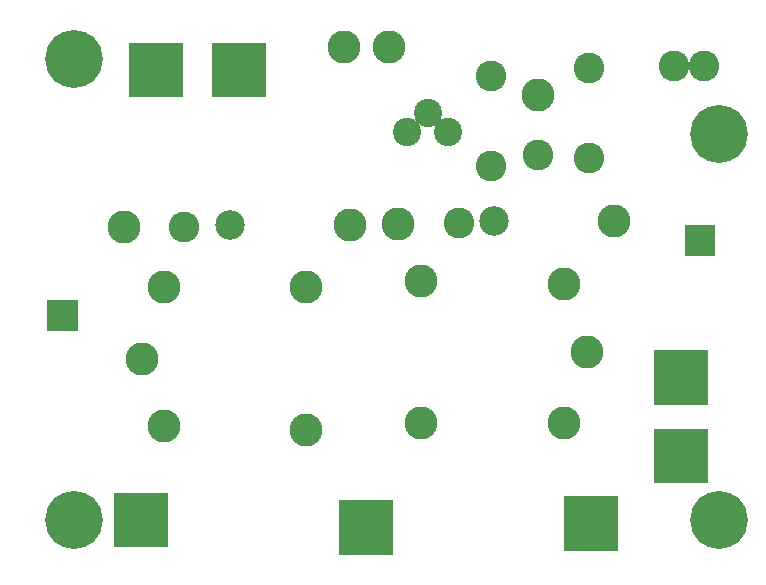
<source format=gbr>
%FSLAX34Y34*%
%MOMM*%
%LNSOLDERMASK_TOP*%
G71*
G01*
%ADD10C,2.800*%
%ADD11C,2.400*%
%ADD12C,2.600*%
%ADD13C,2.500*%
%ADD14C,4.900*%
%LPD*%
X44450Y-184150D02*
G54D10*
D03*
X-76200Y-180976D02*
G54D10*
D03*
X44450Y-63500D02*
G54D10*
D03*
X-76200Y-63500D02*
G54D10*
D03*
X-95013Y-123825D02*
G54D10*
D03*
G36*
X-105550Y143650D02*
X-59550Y143650D01*
X-59550Y97650D01*
X-105550Y97650D01*
X-105550Y143650D01*
G37*
G36*
X-118250Y-237350D02*
X-72250Y-237350D01*
X-72250Y-283350D01*
X-118250Y-283350D01*
X-118250Y-237350D01*
G37*
G36*
X262750Y-240525D02*
X308750Y-240525D01*
X308750Y-286525D01*
X262750Y-286525D01*
X262750Y-240525D01*
G37*
X141944Y-57762D02*
G54D10*
D03*
X262594Y-60936D02*
G54D10*
D03*
X141944Y-178412D02*
G54D10*
D03*
X262594Y-178412D02*
G54D10*
D03*
X281881Y-118087D02*
G54D10*
D03*
X164696Y68357D02*
G54D11*
D03*
X147121Y84256D02*
G54D11*
D03*
X129505Y68322D02*
G54D11*
D03*
X-110066Y-12446D02*
G54D12*
D03*
X-59086Y-12334D02*
G54D12*
D03*
X81743Y-10870D02*
G54D13*
D03*
X-19857Y-10870D02*
G54D13*
D03*
X81743Y-10870D02*
G54D12*
D03*
X81743Y-10870D02*
G54D10*
D03*
X-110066Y-12446D02*
G54D10*
D03*
X122405Y-9537D02*
G54D12*
D03*
X173385Y-9424D02*
G54D12*
D03*
X304938Y-7072D02*
G54D13*
D03*
X203338Y-7072D02*
G54D13*
D03*
X304938Y-7072D02*
G54D12*
D03*
X304938Y-7072D02*
G54D10*
D03*
X122405Y-9536D02*
G54D10*
D03*
X240919Y99310D02*
G54D12*
D03*
X241032Y48330D02*
G54D12*
D03*
X240919Y99310D02*
G54D10*
D03*
X201011Y39318D02*
G54D12*
D03*
X201061Y115568D02*
G54D12*
D03*
X283561Y45668D02*
G54D12*
D03*
X283611Y121918D02*
G54D12*
D03*
X76200Y139700D02*
G54D10*
D03*
X-76200Y-180976D02*
G54D10*
D03*
X262594Y-178412D02*
G54D10*
D03*
X114300Y139700D02*
G54D10*
D03*
G36*
X338950Y-116700D02*
X384950Y-116700D01*
X384950Y-162700D01*
X338950Y-162700D01*
X338950Y-116700D01*
G37*
X393700Y66550D02*
G54D14*
D03*
X393700Y-260475D02*
G54D14*
D03*
X-152400Y130050D02*
G54D14*
D03*
G36*
X390800Y-10800D02*
X390800Y-36800D01*
X364800Y-36800D01*
X364800Y-10800D01*
X390800Y-10800D01*
G37*
X-110066Y-12446D02*
G54D10*
D03*
G36*
X72250Y-243700D02*
X118250Y-243700D01*
X118250Y-289700D01*
X72250Y-289700D01*
X72250Y-243700D01*
G37*
G36*
X338950Y-183375D02*
X384950Y-183375D01*
X384950Y-229375D01*
X338950Y-229375D01*
X338950Y-183375D01*
G37*
X355500Y123700D02*
G54D12*
D03*
X381000Y123700D02*
G54D12*
D03*
X-152400Y-260475D02*
G54D14*
D03*
G36*
X-35700Y143650D02*
X10300Y143650D01*
X10300Y97650D01*
X-35700Y97650D01*
X-35700Y143650D01*
G37*
G36*
X-148950Y-74300D02*
X-148950Y-100300D01*
X-174950Y-100300D01*
X-174950Y-74300D01*
X-148950Y-74300D01*
G37*
M02*

</source>
